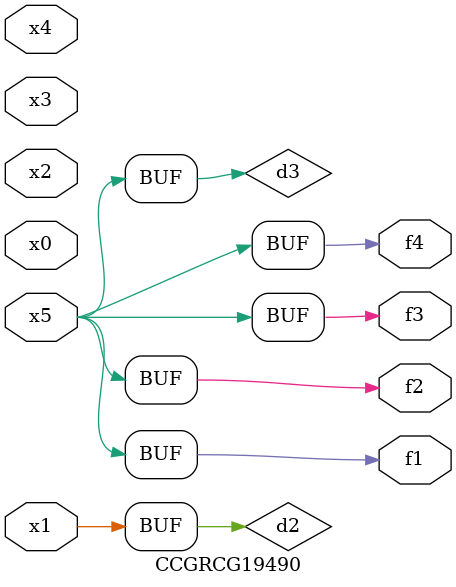
<source format=v>
module CCGRCG19490(
	input x0, x1, x2, x3, x4, x5,
	output f1, f2, f3, f4
);

	wire d1, d2, d3;

	not (d1, x5);
	or (d2, x1);
	xnor (d3, d1);
	assign f1 = d3;
	assign f2 = d3;
	assign f3 = d3;
	assign f4 = d3;
endmodule

</source>
